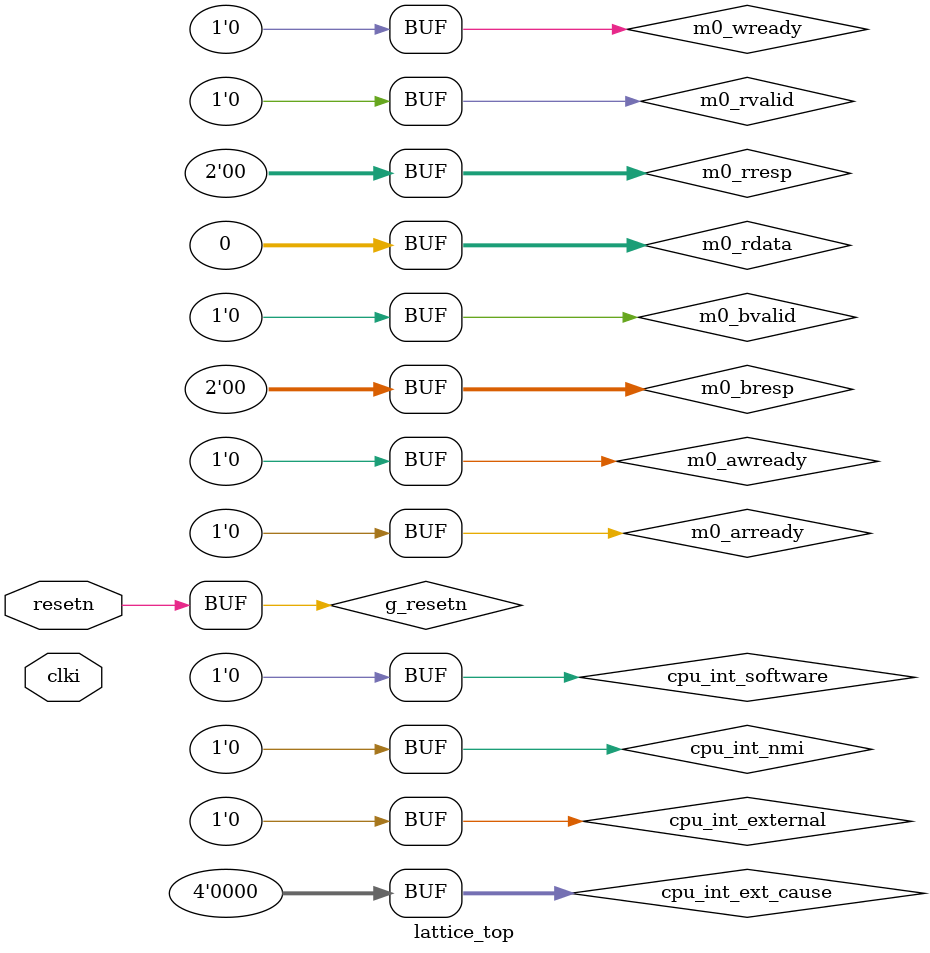
<source format=v>

module lattice_top (

input  wire        clki             ,
input  wire        resetn            

);


// Size of the ROM memory in bytes.
parameter           BRAM_ROM_SIZE      = 1024;

// Size of the RAM memory in bytes.
parameter           BRAM_RAM_SIZE      = 1024;

//
// Clock / reset buffering.
// ------------------------------------------------------------

wire g_clk      ; // Buffered clock signal
wire g_resetn   ; // Global reset - synchronous active low.

assign g_resetn = resetn;

// Builtin clock buffer.
SB_GB i_clk_gb (
.USER_SIGNAL_TO_GLOBAL_BUFFER(clki  ),
.GLOBAL_BUFFER_OUTPUT        (g_clk )
);

//
// Stub out the external interrupts.
// ------------------------------------------------------------

wire        cpu_int_nmi       = 0; // Non-maskable interrupt.
wire        cpu_int_external  = 0; // External interrupt trigger line.
wire [ 3:0] cpu_int_ext_cause = 0; // External interrupt cause
wire        cpu_int_software  = 0; // Software interrupt trigger line.
                             
//
// Stub out the AXI interface as it is not used here.
// ------------------------------------------------------------

wire        m0_awvalid           ; //
wire        m0_awready        = 0; //
wire [31:0] m0_awaddr            ; //
wire [ 2:0] m0_awprot            ; //
wire        m0_wvalid            ; //
wire        m0_wready         = 0; //
wire [31:0] m0_wdata             ; //
wire [ 3:0] m0_wstrb             ; //
wire        m0_bvalid         = 0; //
wire        m0_bready            ; //
wire [ 1:0] m0_bresp          = 0; //
wire        m0_arvalid           ; //
wire        m0_arready        = 0; //
wire [31:0] m0_araddr            ; //
wire [ 2:0] m0_arprot            ; //
wire        m0_rvalid         = 0; //
wire        m0_rready            ; //
wire [ 1:0] m0_rresp          = 0; //
wire [31:0] m0_rdata          = 0; //

//
// Instance the inner layer of the SoC only
// ------------------------------------------------------------
scarv_soc #(
.BRAM_ROM_SIZE(BRAM_ROM_SIZE),
.BRAM_RAM_SIZE(BRAM_RAM_SIZE)
) i_scarv_soc (
.g_clk            (g_clk            ),
.g_resetn         (g_resetn         ),
.cpu_int_nmi      (cpu_int_nmi      ), // Non-maskable interrupt.
.cpu_int_external (cpu_int_external ), // External interrupt trigger line.
.cpu_int_ext_cause(cpu_int_ext_cause), // External interrupt cause
.cpu_int_software (cpu_int_software ), // Software interrupt trigger line.
.m0_awvalid       (m0_awvalid       ), //
.m0_awready       (m0_awready       ), //
.m0_awaddr        (m0_awaddr        ), //
.m0_awprot        (m0_awprot        ), //
.m0_wvalid        (m0_wvalid        ), //
.m0_wready        (m0_wready        ), //
.m0_wdata         (m0_wdata         ), //
.m0_wstrb         (m0_wstrb         ), //
.m0_bvalid        (m0_bvalid        ), //
.m0_bready        (m0_bready        ), //
.m0_bresp         (m0_bresp         ), //
.m0_arvalid       (m0_arvalid       ), //
.m0_arready       (m0_arready       ), //
.m0_araddr        (m0_araddr        ), //
.m0_arprot        (m0_arprot        ), //
.m0_rvalid        (m0_rvalid        ), //
.m0_rready        (m0_rready        ), //
.m0_rresp         (m0_rresp         ), //
.m0_rdata         (m0_rdata         )  //
);


endmodule

</source>
